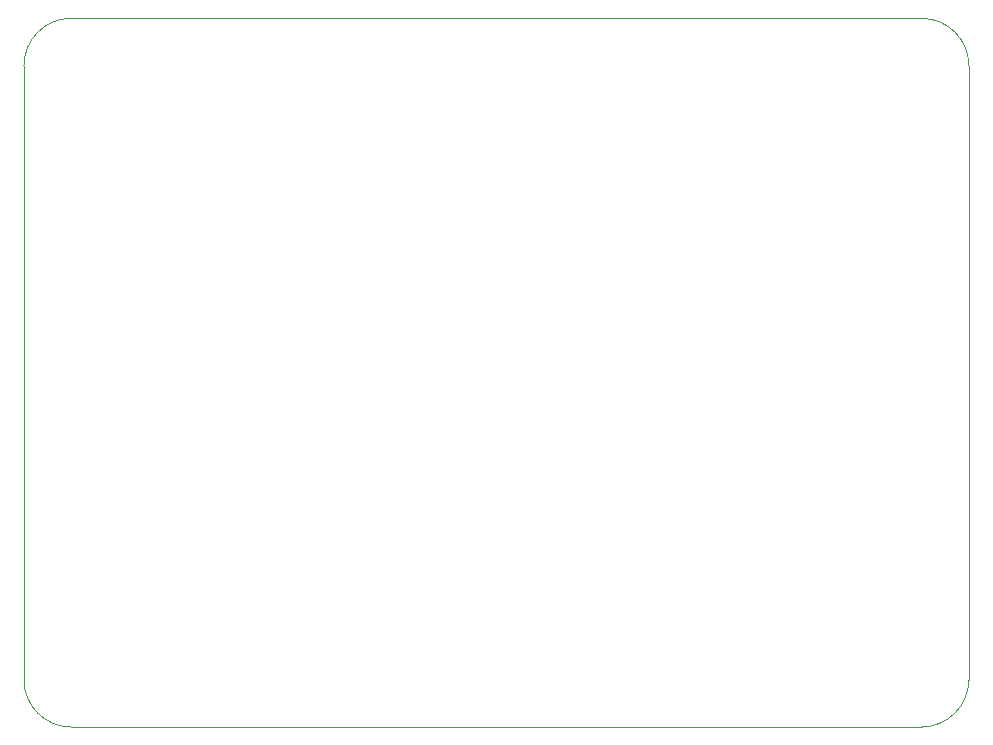
<source format=gbr>
%TF.GenerationSoftware,KiCad,Pcbnew,5.1.10*%
%TF.CreationDate,2021-06-13T22:55:49-04:00*%
%TF.ProjectId,led-controller,6c65642d-636f-46e7-9472-6f6c6c65722e,v1.0*%
%TF.SameCoordinates,Original*%
%TF.FileFunction,Profile,NP*%
%FSLAX46Y46*%
G04 Gerber Fmt 4.6, Leading zero omitted, Abs format (unit mm)*
G04 Created by KiCad (PCBNEW 5.1.10) date 2021-06-13 22:55:49*
%MOMM*%
%LPD*%
G01*
G04 APERTURE LIST*
%TA.AperFunction,Profile*%
%ADD10C,0.050000*%
%TD*%
G04 APERTURE END LIST*
D10*
X180000000Y-106000000D02*
G75*
G02*
X176000000Y-110000000I-4000000J0D01*
G01*
X180000000Y-54000000D02*
X180000000Y-106000000D01*
X104000000Y-110000000D02*
X176000000Y-110000000D01*
X100000000Y-54000000D02*
X100000000Y-106000000D01*
X104000000Y-110000000D02*
G75*
G02*
X100000000Y-106000000I0J4000000D01*
G01*
X176000000Y-50000000D02*
X104000000Y-50000000D01*
X176000000Y-50000000D02*
G75*
G02*
X180000000Y-54000000I0J-4000000D01*
G01*
X100000000Y-54000000D02*
G75*
G02*
X104000000Y-50000000I4000000J0D01*
G01*
M02*

</source>
